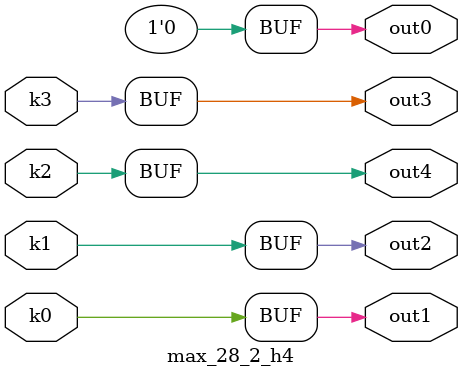
<source format=v>
module max_28_2(pi00, pi01, pi02, pi03, pi04, pi05, pi06, pi07, pi08, pi09, po0, po1, po2, po3, po4);
input pi00, pi01, pi02, pi03, pi04, pi05, pi06, pi07, pi08, pi09;
output po0, po1, po2, po3, po4;
wire k0, k1, k2, k3;
max_28_2_w4 DUT1 (pi00, pi01, pi02, pi03, pi04, pi05, pi06, pi07, pi08, pi09, k0, k1, k2, k3);
max_28_2_h4 DUT2 (k0, k1, k2, k3, po0, po1, po2, po3, po4);
endmodule

module max_28_2_w4(in9, in8, in7, in6, in5, in4, in3, in2, in1, in0, k3, k2, k1, k0);
input in9, in8, in7, in6, in5, in4, in3, in2, in1, in0;
output k3, k2, k1, k0;
assign k0 =   (~in9 | (in8 & (~in5 | ~in6))) & (in4 | (in5 & (~in6 | ~in8))) & (~in7 | ((in3 | in2 | (in6 & (~in5 | ~in8))) & (in6 | ~in8)));
assign k1 =   (~in9 & (((in8 ? in6 : ~in5) & (~in4 | (~in1 & ~in0)) & (in3 | in2)) | ((~in4 | (~in1 & ~in0)) & ((~in7 & (~in5 | (in6 & in8))) | (in6 & ~in5))))) | (~in5 & ((in8 & (in6 | (~in7 & (~in4 | (~in1 & ~in0))))) | (~in4 & ~in1 & ~in0))) | (~in4 & in6 & ~in1 & ~in0 & in8);
assign k2 =   ~in9 & in7;
assign k3 =   (in3 | in2 | (~in8 & in6) | (in9 & ~in7)) & (~in8 | in6);
endmodule

module max_28_2_h4(k3, k2, k1, k0, out4, out3, out2, out1, out0);
input k3, k2, k1, k0;
output out4, out3, out2, out1, out0;
assign out0 = 0;
assign out1 = k0;
assign out2 = k1;
assign out3 = k3;
assign out4 = k2;
endmodule

</source>
